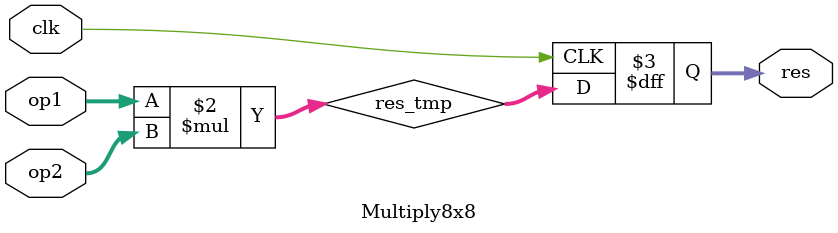
<source format=v>
module Multiply8x8 (op1, op2, res, clk);
/* 8-Bit multiplier */
input [7:0] op1, op2;
output [15:0] res;
input clk;

wire [15:0] res_tmp;
reg [15:0] res;

always @(posedge clk) begin
   res = res_tmp;
end
assign res_tmp = op1 * op2;
endmodule

</source>
